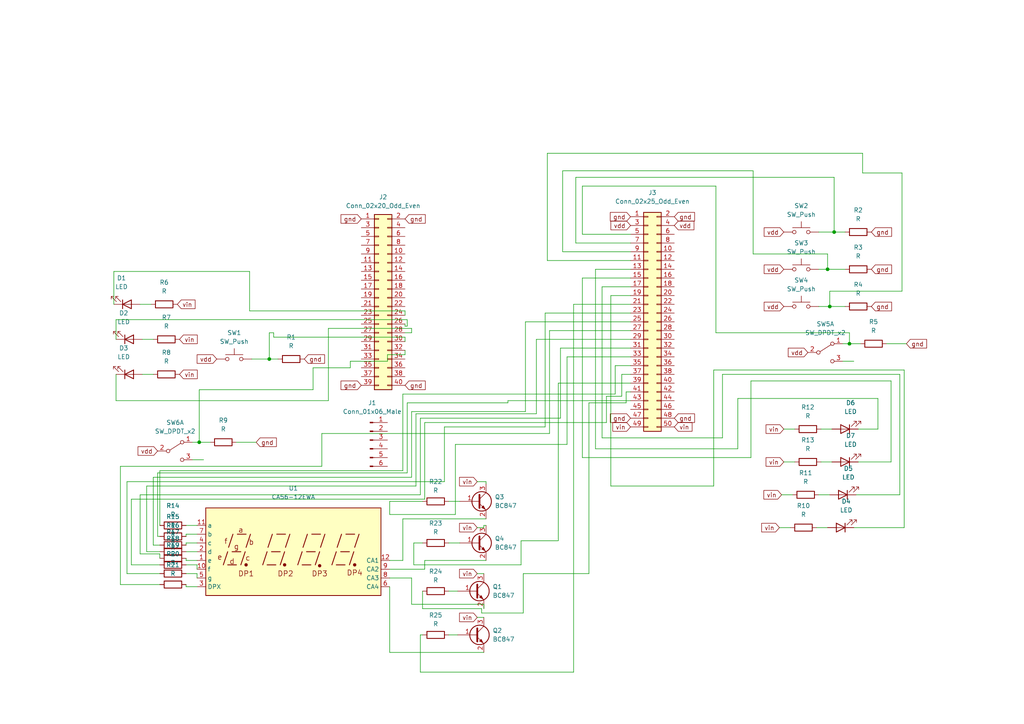
<source format=kicad_sch>
(kicad_sch (version 20230121) (generator eeschema)
  (paper "A4")
  (lib_symbols
    (symbol "Connector:Conn_01x06_Male" (pin_names (offset 1.016) hide)
      (property "Reference" "J" (at 0 7.62 0))
      (property "Value" "Conn_01x06_Male" (at 0 -10.16 0))
      (symbol "Conn_01x06_Male_1_1"
        (polyline (pts (xy 1.27 -7.62) (xy 0.8636 -7.62)) (stroke (width 0.1524)))
        (polyline (pts (xy 1.27 -5.08) (xy 0.8636 -5.08)) (stroke (width 0.1524)))
        (polyline (pts (xy 1.27 -2.54) (xy 0.8636 -2.54)) (stroke (width 0.1524)))
        (polyline (pts (xy 1.27 0) (xy 0.8636 0)) (stroke (width 0.1524)))
        (polyline (pts (xy 1.27 2.54) (xy 0.8636 2.54)) (stroke (width 0.1524)))
        (polyline (pts (xy 1.27 5.08) (xy 0.8636 5.08)) (stroke (width 0.1524)))
        (rectangle (start 0.8636 -7.493) (end 0 -7.747) (stroke (width 0.1524)) (fill (type outline)))
        (rectangle (start 0.8636 -4.953) (end 0 -5.207) (stroke (width 0.1524)) (fill (type outline)))
        (rectangle (start 0.8636 -2.413) (end 0 -2.667) (stroke (width 0.1524)) (fill (type outline)))
        (rectangle (start 0.8636 0.127) (end 0 -0.127) (stroke (width 0.1524)) (fill (type outline)))
        (rectangle (start 0.8636 2.667) (end 0 2.413) (stroke (width 0.1524)) (fill (type outline)))
        (rectangle (start 0.8636 5.207) (end 0 4.953) (stroke (width 0.1524)) (fill (type outline)))
        (pin passive line (at 5.08 5.08 180) (length 3.81) (name "Pin_1") (number "1"))
        (pin passive line (at 5.08 2.54 180) (length 3.81) (name "Pin_2") (number "2"))
        (pin passive line (at 5.08 0 180) (length 3.81) (name "Pin_3") (number "3"))
        (pin passive line (at 5.08 -2.54 180) (length 3.81) (name "Pin_4") (number "4"))
        (pin passive line (at 5.08 -5.08 180) (length 3.81) (name "Pin_5") (number "5"))
        (pin passive line (at 5.08 -7.62 180) (length 3.81) (name "Pin_6") (number "6"))
      )
    )
    (symbol "Connector_Generic:Conn_02x20_Odd_Even" (pin_names (offset 1.016) hide)
      (property "Reference" "J" (at 1.27 25.4 0))
      (property "Value" "Conn_02x20_Odd_Even" (at 1.27 -27.94 0))
      (symbol "Conn_02x20_Odd_Even_1_1"
        (rectangle (start -1.27 -25.273) (end 0 -25.527) (stroke (width 0.1524)))
        (rectangle (start -1.27 -22.733) (end 0 -22.987) (stroke (width 0.1524)))
        (rectangle (start -1.27 -20.193) (end 0 -20.447) (stroke (width 0.1524)))
        (rectangle (start -1.27 -17.653) (end 0 -17.907) (stroke (width 0.1524)))
        (rectangle (start -1.27 -15.113) (end 0 -15.367) (stroke (width 0.1524)))
        (rectangle (start -1.27 -12.573) (end 0 -12.827) (stroke (width 0.1524)))
        (rectangle (start -1.27 -10.033) (end 0 -10.287) (stroke (width 0.1524)))
        (rectangle (start -1.27 -7.493) (end 0 -7.747) (stroke (width 0.1524)))
        (rectangle (start -1.27 -4.953) (end 0 -5.207) (stroke (width 0.1524)))
        (rectangle (start -1.27 -2.413) (end 0 -2.667) (stroke (width 0.1524)))
        (rectangle (start -1.27 0.127) (end 0 -0.127) (stroke (width 0.1524)))
        (rectangle (start -1.27 2.667) (end 0 2.413) (stroke (width 0.1524)))
        (rectangle (start -1.27 5.207) (end 0 4.953) (stroke (width 0.1524)))
        (rectangle (start -1.27 7.747) (end 0 7.493) (stroke (width 0.1524)))
        (rectangle (start -1.27 10.287) (end 0 10.033) (stroke (width 0.1524)))
        (rectangle (start -1.27 12.827) (end 0 12.573) (stroke (width 0.1524)))
        (rectangle (start -1.27 15.367) (end 0 15.113) (stroke (width 0.1524)))
        (rectangle (start -1.27 17.907) (end 0 17.653) (stroke (width 0.1524)))
        (rectangle (start -1.27 20.447) (end 0 20.193) (stroke (width 0.1524)))
        (rectangle (start -1.27 22.987) (end 0 22.733) (stroke (width 0.1524)))
        (rectangle (start -1.27 24.13) (end 3.81 -26.67) (stroke (width 0.254)) (fill (type background)))
        (rectangle (start 3.81 -25.273) (end 2.54 -25.527) (stroke (width 0.1524)))
        (rectangle (start 3.81 -22.733) (end 2.54 -22.987) (stroke (width 0.1524)))
        (rectangle (start 3.81 -20.193) (end 2.54 -20.447) (stroke (width 0.1524)))
        (rectangle (start 3.81 -17.653) (end 2.54 -17.907) (stroke (width 0.1524)))
        (rectangle (start 3.81 -15.113) (end 2.54 -15.367) (stroke (width 0.1524)))
        (rectangle (start 3.81 -12.573) (end 2.54 -12.827) (stroke (width 0.1524)))
        (rectangle (start 3.81 -10.033) (end 2.54 -10.287) (stroke (width 0.1524)))
        (rectangle (start 3.81 -7.493) (end 2.54 -7.747) (stroke (width 0.1524)))
        (rectangle (start 3.81 -4.953) (end 2.54 -5.207) (stroke (width 0.1524)))
        (rectangle (start 3.81 -2.413) (end 2.54 -2.667) (stroke (width 0.1524)))
        (rectangle (start 3.81 0.127) (end 2.54 -0.127) (stroke (width 0.1524)))
        (rectangle (start 3.81 2.667) (end 2.54 2.413) (stroke (width 0.1524)))
        (rectangle (start 3.81 5.207) (end 2.54 4.953) (stroke (width 0.1524)))
        (rectangle (start 3.81 7.747) (end 2.54 7.493) (stroke (width 0.1524)))
        (rectangle (start 3.81 10.287) (end 2.54 10.033) (stroke (width 0.1524)))
        (rectangle (start 3.81 12.827) (end 2.54 12.573) (stroke (width 0.1524)))
        (rectangle (start 3.81 15.367) (end 2.54 15.113) (stroke (width 0.1524)))
        (rectangle (start 3.81 17.907) (end 2.54 17.653) (stroke (width 0.1524)))
        (rectangle (start 3.81 20.447) (end 2.54 20.193) (stroke (width 0.1524)))
        (rectangle (start 3.81 22.987) (end 2.54 22.733) (stroke (width 0.1524)))
        (pin passive line (at -5.08 22.86 0) (length 3.81) (name "Pin_1") (number "1"))
        (pin passive line (at 7.62 12.7 180) (length 3.81) (name "Pin_10") (number "10"))
        (pin passive line (at -5.08 10.16 0) (length 3.81) (name "Pin_11") (number "11"))
        (pin passive line (at 7.62 10.16 180) (length 3.81) (name "Pin_12") (number "12"))
        (pin passive line (at -5.08 7.62 0) (length 3.81) (name "Pin_13") (number "13"))
        (pin passive line (at 7.62 7.62 180) (length 3.81) (name "Pin_14") (number "14"))
        (pin passive line (at -5.08 5.08 0) (length 3.81) (name "Pin_15") (number "15"))
        (pin passive line (at 7.62 5.08 180) (length 3.81) (name "Pin_16") (number "16"))
        (pin passive line (at -5.08 2.54 0) (length 3.81) (name "Pin_17") (number "17"))
        (pin passive line (at 7.62 2.54 180) (length 3.81) (name "Pin_18") (number "18"))
        (pin passive line (at -5.08 0 0) (length 3.81) (name "Pin_19") (number "19"))
        (pin passive line (at 7.62 22.86 180) (length 3.81) (name "Pin_2") (number "2"))
        (pin passive line (at 7.62 0 180) (length 3.81) (name "Pin_20") (number "20"))
        (pin passive line (at -5.08 -2.54 0) (length 3.81) (name "Pin_21") (number "21"))
        (pin passive line (at 7.62 -2.54 180) (length 3.81) (name "Pin_22") (number "22"))
        (pin passive line (at -5.08 -5.08 0) (length 3.81) (name "Pin_23") (number "23"))
        (pin passive line (at 7.62 -5.08 180) (length 3.81) (name "Pin_24") (number "24"))
        (pin passive line (at -5.08 -7.62 0) (length 3.81) (name "Pin_25") (number "25"))
        (pin passive line (at 7.62 -7.62 180) (length 3.81) (name "Pin_26") (number "26"))
        (pin passive line (at -5.08 -10.16 0) (length 3.81) (name "Pin_27") (number "27"))
        (pin passive line (at 7.62 -10.16 180) (length 3.81) (name "Pin_28") (number "28"))
        (pin passive line (at -5.08 -12.7 0) (length 3.81) (name "Pin_29") (number "29"))
        (pin passive line (at -5.08 20.32 0) (length 3.81) (name "Pin_3") (number "3"))
        (pin passive line (at 7.62 -12.7 180) (length 3.81) (name "Pin_30") (number "30"))
        (pin passive line (at -5.08 -15.24 0) (length 3.81) (name "Pin_31") (number "31"))
        (pin passive line (at 7.62 -15.24 180) (length 3.81) (name "Pin_32") (number "32"))
        (pin passive line (at -5.08 -17.78 0) (length 3.81) (name "Pin_33") (number "33"))
        (pin passive line (at 7.62 -17.78 180) (length 3.81) (name "Pin_34") (number "34"))
        (pin passive line (at -5.08 -20.32 0) (length 3.81) (name "Pin_35") (number "35"))
        (pin passive line (at 7.62 -20.32 180) (length 3.81) (name "Pin_36") (number "36"))
        (pin passive line (at -5.08 -22.86 0) (length 3.81) (name "Pin_37") (number "37"))
        (pin passive line (at 7.62 -22.86 180) (length 3.81) (name "Pin_38") (number "38"))
        (pin passive line (at -5.08 -25.4 0) (length 3.81) (name "Pin_39") (number "39"))
        (pin passive line (at 7.62 20.32 180) (length 3.81) (name "Pin_4") (number "4"))
        (pin passive line (at 7.62 -25.4 180) (length 3.81) (name "Pin_40") (number "40"))
        (pin passive line (at -5.08 17.78 0) (length 3.81) (name "Pin_5") (number "5"))
        (pin passive line (at 7.62 17.78 180) (length 3.81) (name "Pin_6") (number "6"))
        (pin passive line (at -5.08 15.24 0) (length 3.81) (name "Pin_7") (number "7"))
        (pin passive line (at 7.62 15.24 180) (length 3.81) (name "Pin_8") (number "8"))
        (pin passive line (at -5.08 12.7 0) (length 3.81) (name "Pin_9") (number "9"))
      )
    )
    (symbol "Connector_Generic:Conn_02x25_Odd_Even" (pin_names (offset 1.016) hide)
      (property "Reference" "J" (at 1.27 33.02 0))
      (property "Value" "Conn_02x25_Odd_Even" (at 1.27 -33.02 0))
      (symbol "Conn_02x25_Odd_Even_1_1"
        (rectangle (start -1.27 -30.353) (end 0 -30.607) (stroke (width 0.1524)))
        (rectangle (start -1.27 -27.813) (end 0 -28.067) (stroke (width 0.1524)))
        (rectangle (start -1.27 -25.273) (end 0 -25.527) (stroke (width 0.1524)))
        (rectangle (start -1.27 -22.733) (end 0 -22.987) (stroke (width 0.1524)))
        (rectangle (start -1.27 -20.193) (end 0 -20.447) (stroke (width 0.1524)))
        (rectangle (start -1.27 -17.653) (end 0 -17.907) (stroke (width 0.1524)))
        (rectangle (start -1.27 -15.113) (end 0 -15.367) (stroke (width 0.1524)))
        (rectangle (start -1.27 -12.573) (end 0 -12.827) (stroke (width 0.1524)))
        (rectangle (start -1.27 -10.033) (end 0 -10.287) (stroke (width 0.1524)))
        (rectangle (start -1.27 -7.493) (end 0 -7.747) (stroke (width 0.1524)))
        (rectangle (start -1.27 -4.953) (end 0 -5.207) (stroke (width 0.1524)))
        (rectangle (start -1.27 -2.413) (end 0 -2.667) (stroke (width 0.1524)))
        (rectangle (start -1.27 0.127) (end 0 -0.127) (stroke (width 0.1524)))
        (rectangle (start -1.27 2.667) (end 0 2.413) (stroke (width 0.1524)))
        (rectangle (start -1.27 5.207) (end 0 4.953) (stroke (width 0.1524)))
        (rectangle (start -1.27 7.747) (end 0 7.493) (stroke (width 0.1524)))
        (rectangle (start -1.27 10.287) (end 0 10.033) (stroke (width 0.1524)))
        (rectangle (start -1.27 12.827) (end 0 12.573) (stroke (width 0.1524)))
        (rectangle (start -1.27 15.367) (end 0 15.113) (stroke (width 0.1524)))
        (rectangle (start -1.27 17.907) (end 0 17.653) (stroke (width 0.1524)))
        (rectangle (start -1.27 20.447) (end 0 20.193) (stroke (width 0.1524)))
        (rectangle (start -1.27 22.987) (end 0 22.733) (stroke (width 0.1524)))
        (rectangle (start -1.27 25.527) (end 0 25.273) (stroke (width 0.1524)))
        (rectangle (start -1.27 28.067) (end 0 27.813) (stroke (width 0.1524)))
        (rectangle (start -1.27 30.607) (end 0 30.353) (stroke (width 0.1524)))
        (rectangle (start -1.27 31.75) (end 3.81 -31.75) (stroke (width 0.254)) (fill (type background)))
        (rectangle (start 3.81 -30.353) (end 2.54 -30.607) (stroke (width 0.1524)))
        (rectangle (start 3.81 -27.813) (end 2.54 -28.067) (stroke (width 0.1524)))
        (rectangle (start 3.81 -25.273) (end 2.54 -25.527) (stroke (width 0.1524)))
        (rectangle (start 3.81 -22.733) (end 2.54 -22.987) (stroke (width 0.1524)))
        (rectangle (start 3.81 -20.193) (end 2.54 -20.447) (stroke (width 0.1524)))
        (rectangle (start 3.81 -17.653) (end 2.54 -17.907) (stroke (width 0.1524)))
        (rectangle (start 3.81 -15.113) (end 2.54 -15.367) (stroke (width 0.1524)))
        (rectangle (start 3.81 -12.573) (end 2.54 -12.827) (stroke (width 0.1524)))
        (rectangle (start 3.81 -10.033) (end 2.54 -10.287) (stroke (width 0.1524)))
        (rectangle (start 3.81 -7.493) (end 2.54 -7.747) (stroke (width 0.1524)))
        (rectangle (start 3.81 -4.953) (end 2.54 -5.207) (stroke (width 0.1524)))
        (rectangle (start 3.81 -2.413) (end 2.54 -2.667) (stroke (width 0.1524)))
        (rectangle (start 3.81 0.127) (end 2.54 -0.127) (stroke (width 0.1524)))
        (rectangle (start 3.81 2.667) (end 2.54 2.413) (stroke (width 0.1524)))
        (rectangle (start 3.81 5.207) (end 2.54 4.953) (stroke (width 0.1524)))
        (rectangle (start 3.81 7.747) (end 2.54 7.493) (stroke (width 0.1524)))
        (rectangle (start 3.81 10.287) (end 2.54 10.033) (stroke (width 0.1524)))
        (rectangle (start 3.81 12.827) (end 2.54 12.573) (stroke (width 0.1524)))
        (rectangle (start 3.81 15.367) (end 2.54 15.113) (stroke (width 0.1524)))
        (rectangle (start 3.81 17.907) (end 2.54 17.653) (stroke (width 0.1524)))
        (rectangle (start 3.81 20.447) (end 2.54 20.193) (stroke (width 0.1524)))
        (rectangle (start 3.81 22.987) (end 2.54 22.733) (stroke (width 0.1524)))
        (rectangle (start 3.81 25.527) (end 2.54 25.273) (stroke (width 0.1524)))
        (rectangle (start 3.81 28.067) (end 2.54 27.813) (stroke (width 0.1524)))
        (rectangle (start 3.81 30.607) (end 2.54 30.353) (stroke (width 0.1524)))
        (pin passive line (at -5.08 30.48 0) (length 3.81) (name "Pin_1") (number "1"))
        (pin passive line (at 7.62 20.32 180) (length 3.81) (name "Pin_10") (number "10"))
        (pin passive line (at -5.08 17.78 0) (length 3.81) (name "Pin_11") (number "11"))
        (pin passive line (at 7.62 17.78 180) (length 3.81) (name "Pin_12") (number "12"))
        (pin passive line (at -5.08 15.24 0) (length 3.81) (name "Pin_13") (number "13"))
        (pin passive line (at 7.62 15.24 180) (length 3.81) (name "Pin_14") (number "14"))
        (pin passive line (at -5.08 12.7 0) (length 3.81) (name "Pin_15") (number "15"))
        (pin passive line (at 7.62 12.7 180) (length 3.81) (name "Pin_16") (number "16"))
        (pin passive line (at -5.08 10.16 0) (length 3.81) (name "Pin_17") (number "17"))
        (pin passive line (at 7.62 10.16 180) (length 3.81) (name "Pin_18") (number "18"))
        (pin passive line (at -5.08 7.62 0) (length 3.81) (name "Pin_19") (number "19"))
        (pin passive line (at 7.62 30.48 180) (length 3.81) (name "Pin_2") (number "2"))
        (pin passive line (at 7.62 7.62 180) (length 3.81) (name "Pin_20") (number "20"))
        (pin passive line (at -5.08 5.08 0) (length 3.81) (name "Pin_21") (number "21"))
        (pin passive line (at 7.62 5.08 180) (length 3.81) (name "Pin_22") (number "22"))
        (pin passive line (at -5.08 2.54 0) (length 3.81) (name "Pin_23") (number "23"))
        (pin passive line (at 7.62 2.54 180) (length 3.81) (name "Pin_24") (number "24"))
        (pin passive line (at -5.08 0 0) (length 3.81) (name "Pin_25") (number "25"))
        (pin passive line (at 7.62 0 180) (length 3.81) (name "Pin_26") (number "26"))
        (pin passive line (at -5.08 -2.54 0) (length 3.81) (name "Pin_27") (number "27"))
        (pin passive line (at 7.62 -2.54 180) (length 3.81) (name "Pin_28") (number "28"))
        (pin passive line (at -5.08 -5.08 0) (length 3.81) (name "Pin_29") (number "29"))
        (pin passive line (at -5.08 27.94 0) (length 3.81) (name "Pin_3") (number "3"))
        (pin passive line (at 7.62 -5.08 180) (length 3.81) (name "Pin_30") (number "30"))
        (pin passive line (at -5.08 -7.62 0) (length 3.81) (name "Pin_31") (number "31"))
        (pin passive line (at 7.62 -7.62 180) (length 3.81) (name "Pin_32") (number "32"))
        (pin passive line (at -5.08 -10.16 0) (length 3.81) (name "Pin_33") (number "33"))
        (pin passive line (at 7.62 -10.16 180) (length 3.81) (name "Pin_34") (number "34"))
        (pin passive line (at -5.08 -12.7 0) (length 3.81) (name "Pin_35") (number "35"))
        (pin passive line (at 7.62 -12.7 180) (length 3.81) (name "Pin_36") (number "36"))
        (pin passive line (at -5.08 -15.24 0) (length 3.81) (name "Pin_37") (number "37"))
        (pin passive line (at 7.62 -15.24 180) (length 3.81) (name "Pin_38") (number "38"))
        (pin passive line (at -5.08 -17.78 0) (length 3.81) (name "Pin_39") (number "39"))
        (pin passive line (at 7.62 27.94 180) (length 3.81) (name "Pin_4") (number "4"))
        (pin passive line (at 7.62 -17.78 180) (length 3.81) (name "Pin_40") (number "40"))
        (pin passive line (at -5.08 -20.32 0) (length 3.81) (name "Pin_41") (number "41"))
        (pin passive line (at 7.62 -20.32 180) (length 3.81) (name "Pin_42") (number "42"))
        (pin passive line (at -5.08 -22.86 0) (length 3.81) (name "Pin_43") (number "43"))
        (pin passive line (at 7.62 -22.86 180) (length 3.81) (name "Pin_44") (number "44"))
        (pin passive line (at -5.08 -25.4 0) (length 3.81) (name "Pin_45") (number "45"))
        (pin passive line (at 7.62 -25.4 180) (length 3.81) (name "Pin_46") (number "46"))
        (pin passive line (at -5.08 -27.94 0) (length 3.81) (name "Pin_47") (number "47"))
        (pin passive line (at 7.62 -27.94 180) (length 3.81) (name "Pin_48") (number "48"))
        (pin passive line (at -5.08 -30.48 0) (length 3.81) (name "Pin_49") (number "49"))
        (pin passive line (at -5.08 25.4 0) (length 3.81) (name "Pin_5") (number "5"))
        (pin passive line (at 7.62 -30.48 180) (length 3.81) (name "Pin_50") (number "50"))
        (pin passive line (at 7.62 25.4 180) (length 3.81) (name "Pin_6") (number "6"))
        (pin passive line (at -5.08 22.86 0) (length 3.81) (name "Pin_7") (number "7"))
        (pin passive line (at 7.62 22.86 180) (length 3.81) (name "Pin_8") (number "8"))
        (pin passive line (at -5.08 20.32 0) (length 3.81) (name "Pin_9") (number "9"))
      )
    )
    (symbol "Device:LED" (pin_numbers hide) (pin_names (offset 1.016) hide)
      (property "Reference" "D" (at 0 2.54 0))
      (property "Value" "LED" (at 0 -2.54 0))
      (symbol "LED_0_1"
        (polyline (pts (xy -1.27 -1.27) (xy -1.27 1.27)) (stroke (width 0.254)))
        (polyline (pts (xy -1.27 0) (xy 1.27 0)))
        (polyline (pts (xy 1.27 -1.27) (xy 1.27 1.27) (xy -1.27 0) (xy 1.27 -1.27)) (stroke (width 0.254)))
        (polyline (pts (xy -3.048 -0.762) (xy -4.572 -2.286) (xy -3.81 -2.286) (xy -4.572 -2.286) (xy -4.572 -1.524)))
        (polyline (pts (xy -1.778 -0.762) (xy -3.302 -2.286) (xy -2.54 -2.286) (xy -3.302 -2.286) (xy -3.302 -1.524)))
      )
      (symbol "LED_1_1"
        (pin passive line (at -3.81 0 0) (length 2.54) (name "K") (number "1"))
        (pin passive line (at 3.81 0 180) (length 2.54) (name "A") (number "2"))
      )
    )
    (symbol "Device:R" (pin_numbers hide) (pin_names (offset 0))
      (property "Reference" "R" (at 2.032 0 90))
      (property "Value" "R" (at 0 0 90))
      (symbol "R_0_1"
        (rectangle (start -1.016 -2.54) (end 1.016 2.54) (stroke (width 0.254)))
      )
      (symbol "R_1_1"
        (pin passive line (at 0 3.81 270) (length 1.27) (name "~") (number "1"))
        (pin passive line (at 0 -3.81 90) (length 1.27) (name "~") (number "2"))
      )
    )
    (symbol "Display_Character:CA56-12EWA"
      (property "Reference" "U" (at -24.13 13.97 0))
      (property "Value" "CA56-12EWA" (at 19.05 13.97 0))
      (symbol "CA56-12EWA_0_0"
        (rectangle (start -25.4 12.7) (end 25.4 -12.7) (stroke (width 0.254)) (fill (type background)))
        (polyline (pts (xy -20.32 -3.81) (xy -19.05 0)) (stroke (width 0.254)))
        (polyline (pts (xy -19.05 -3.81) (xy -16.51 -3.81)) (stroke (width 0.254)))
        (polyline (pts (xy -18.796 1.27) (xy -17.526 5.08)) (stroke (width 0.254)))
        (polyline (pts (xy -17.78 0) (xy -15.24 0)) (stroke (width 0.254)))
        (polyline (pts (xy -16.256 5.08) (xy -13.716 5.08)) (stroke (width 0.254)))
        (polyline (pts (xy -15.24 -3.81) (xy -13.97 0)) (stroke (width 0.254)))
        (polyline (pts (xy -13.716 1.27) (xy -12.446 5.08)) (stroke (width 0.254)))
        (polyline (pts (xy -8.89 -3.81) (xy -7.62 0)) (stroke (width 0.254)))
        (polyline (pts (xy -7.62 -3.81) (xy -5.08 -3.81)) (stroke (width 0.254)))
        (polyline (pts (xy -7.366 1.27) (xy -6.096 5.08)) (stroke (width 0.254)))
        (polyline (pts (xy -6.35 0) (xy -3.81 0)) (stroke (width 0.254)))
        (polyline (pts (xy -4.826 5.08) (xy -2.286 5.08)) (stroke (width 0.254)))
        (polyline (pts (xy -3.81 -3.81) (xy -2.54 0)) (stroke (width 0.254)))
        (polyline (pts (xy -2.286 1.27) (xy -1.016 5.08)) (stroke (width 0.254)))
        (polyline (pts (xy 1.27 -3.81) (xy 2.54 0)) (stroke (width 0.254)))
        (polyline (pts (xy 2.54 -3.81) (xy 5.08 -3.81)) (stroke (width 0.254)))
        (polyline (pts (xy 2.794 1.27) (xy 4.064 5.08)) (stroke (width 0.254)))
        (polyline (pts (xy 3.81 0) (xy 6.35 0)) (stroke (width 0.254)))
        (polyline (pts (xy 5.334 5.08) (xy 7.874 5.08)) (stroke (width 0.254)))
        (polyline (pts (xy 6.35 -3.81) (xy 7.62 0)) (stroke (width 0.254)))
        (polyline (pts (xy 7.874 1.27) (xy 9.144 5.08)) (stroke (width 0.254)))
        (polyline (pts (xy 11.176 -3.81) (xy 12.446 0)) (stroke (width 0.254)))
        (polyline (pts (xy 12.446 -3.81) (xy 14.986 -3.81)) (stroke (width 0.254)))
        (polyline (pts (xy 12.7 1.27) (xy 13.97 5.08)) (stroke (width 0.254)))
        (polyline (pts (xy 13.716 0) (xy 16.256 0)) (stroke (width 0.254)))
        (polyline (pts (xy 15.24 5.08) (xy 17.78 5.08)) (stroke (width 0.254)))
        (polyline (pts (xy 16.256 -3.81) (xy 17.526 0)) (stroke (width 0.254)))
        (polyline (pts (xy 17.78 1.27) (xy 19.05 5.08)) (stroke (width 0.254)))
        (text "a" (at -15.24 6.35 0) (effects (font (size 1.524 1.524))))
        (text "b" (at -12.192 2.794 0) (effects (font (size 1.524 1.524))))
        (text "c" (at -13.208 -1.778 0) (effects (font (size 1.524 1.524))))
        (text "d" (at -17.78 -2.794 0) (effects (font (size 1.524 1.524))))
        (text "DP1" (at -13.716 -6.35 0) (effects (font (size 1.524 1.524))))
        (text "DP2" (at -2.286 -6.35 0) (effects (font (size 1.524 1.524))))
        (text "DP3" (at 7.62 -6.35 0) (effects (font (size 1.524 1.524))))
        (text "DP4" (at 17.78 -6.096 0) (effects (font (size 1.524 1.524))))
        (text "e" (at -21.336 -1.524 0) (effects (font (size 1.524 1.524))))
        (text "f" (at -19.558 3.048 0) (effects (font (size 1.524 1.524))))
        (text "g" (at -16.51 1.524 0) (effects (font (size 1.524 1.524))))
      )
      (symbol "CA56-12EWA_0_1"
        (circle (center -13.716 -3.81) (radius 0.3556) (stroke (width 0.254)) (fill (type outline)))
        (circle (center -2.54 -3.81) (radius 0.3556) (stroke (width 0.254)) (fill (type outline)))
      )
      (symbol "CA56-12EWA_1_0"
        (circle (center 7.62 -4.064) (radius 0.3556) (stroke (width 0.254)) (fill (type outline)))
        (circle (center 17.78 -3.81) (radius 0.3556) (stroke (width 0.254)) (fill (type outline)))
      )
      (symbol "CA56-12EWA_1_1"
        (pin input line (at -27.94 -2.54 0) (length 2.54) (name "e") (number "1"))
        (pin input line (at -27.94 -5.08 0) (length 2.54) (name "f") (number "10"))
        (pin input line (at -27.94 7.62 0) (length 2.54) (name "a") (number "11"))
        (pin input line (at 27.94 -2.54 180) (length 2.54) (name "CA1") (number "12"))
        (pin input line (at -27.94 0 0) (length 2.54) (name "d") (number "2"))
        (pin input line (at -27.94 -10.16 0) (length 2.54) (name "DPX") (number "3"))
        (pin input line (at -27.94 2.54 0) (length 2.54) (name "c") (number "4"))
        (pin input line (at -27.94 -7.62 0) (length 2.54) (name "g") (number "5"))
        (pin input line (at 27.94 -10.16 180) (length 2.54) (name "CA4") (number "6"))
        (pin input line (at -27.94 5.08 0) (length 2.54) (name "b") (number "7"))
        (pin input line (at 27.94 -7.62 180) (length 2.54) (name "CA3") (number "8"))
        (pin input line (at 27.94 -5.08 180) (length 2.54) (name "CA2") (number "9"))
      )
    )
    (symbol "Switch:SW_DPDT_x2" (pin_names (offset 0) hide)
      (property "Reference" "SW" (at 0 4.318 0))
      (property "Value" "SW_DPDT_x2" (at 0 -5.08 0))
      (symbol "SW_DPDT_x2_0_0"
        (circle (center -2.032 0) (radius 0.508))
        (circle (center 2.032 -2.54) (radius 0.508))
      )
      (symbol "SW_DPDT_x2_0_1"
        (polyline (pts (xy -1.524 0.254) (xy 1.651 2.286)))
        (circle (center 2.032 2.54) (radius 0.508))
      )
      (symbol "SW_DPDT_x2_1_1"
        (pin passive line (at 5.08 2.54 180) (length 2.54) (name "A") (number "1"))
        (pin passive line (at -5.08 0 0) (length 2.54) (name "B") (number "2"))
        (pin passive line (at 5.08 -2.54 180) (length 2.54) (name "C") (number "3"))
      )
      (symbol "SW_DPDT_x2_2_1"
        (pin passive line (at 5.08 2.54 180) (length 2.54) (name "A") (number "4"))
        (pin passive line (at -5.08 0 0) (length 2.54) (name "B") (number "5"))
        (pin passive line (at 5.08 -2.54 180) (length 2.54) (name "C") (number "6"))
      )
    )
    (symbol "Switch:SW_Push" (pin_numbers hide) (pin_names (offset 1.016) hide)
      (property "Reference" "SW" (at 1.27 2.54 0))
      (property "Value" "SW_Push" (at 0 -1.524 0))
      (symbol "SW_Push_0_1"
        (circle (center -2.032 0) (radius 0.508))
        (polyline (pts (xy 0 1.27) (xy 0 3.048)))
        (polyline (pts (xy 2.54 1.27) (xy -2.54 1.27)))
        (circle (center 2.032 0) (radius 0.508))
        (pin passive line (at -5.08 0 0) (length 2.54) (name "1") (number "1"))
        (pin passive line (at 5.08 0 180) (length 2.54) (name "2") (number "2"))
      )
    )
    (symbol "Transistor_BJT:BC847" (pin_names (offset 0) hide)
      (property "Reference" "Q" (at 5.08 1.905 0))
      (property "Value" "BC847" (at 5.08 0 0))
      (symbol "BC847_0_1"
        (polyline (pts (xy 0.635 0.635) (xy 2.54 2.54)))
        (polyline (pts (xy 0.635 -0.635) (xy 2.54 -2.54) (xy 2.54 -2.54)))
        (polyline (pts (xy 0.635 1.905) (xy 0.635 -1.905) (xy 0.635 -1.905)) (stroke (width 0.508)))
        (polyline (pts (xy 1.27 -1.778) (xy 1.778 -1.27) (xy 2.286 -2.286) (xy 1.27 -1.778) (xy 1.27 -1.778)) (fill (type outline)))
        (circle (center 1.27 0) (radius 2.8194) (stroke (width 0.254)))
      )
      (symbol "BC847_1_1"
        (pin input line (at -5.08 0 0) (length 5.715) (name "B") (number "1"))
        (pin passive line (at 2.54 -5.08 90) (length 2.54) (name "E") (number "2"))
        (pin passive line (at 2.54 5.08 270) (length 2.54) (name "C") (number "3"))
      )
    )
  )
  (junction (at 78.105 104.14))
  (junction (at 57.785 128.27))
  (junction (at 246.38 99.695))
  (junction (at 240.03 78.105))
  (junction (at 240.665 88.9))
  (junction (at 241.935 67.31))
  (wire (pts (xy 246.38 99.695) (xy 244.475 99.695)))
  (wire (pts (xy 113.03 149.225) (xy 132.08 149.225)))
  (wire (pts (xy 177.165 140.97) (xy 207.01 140.97)))
  (wire (pts (xy 162.56 121.285) (xy 162.56 100.965)))
  (wire (pts (xy 138.43 166.37) (xy 140.335 166.37)))
  (wire (pts (xy 46.355 161.925) (xy 46.355 160.655)))
  (wire (pts (xy 161.925 156.845) (xy 161.925 111.125)))
  (wire (pts (xy 38.1 163.83) (xy 46.355 163.83)))
  (wire (pts (xy 147.32 116.84) (xy 118.11 116.84)))
  (wire (pts (xy 132.08 128.905) (xy 164.465 128.905)))
  (wire (pts (xy 261.62 50.165) (xy 261.62 84.455)))
  (wire (pts (xy 112.395 102.87) (xy 117.475 102.87)))
  (wire (pts (xy 120.65 120.015) (xy 155.575 120.015)))
  (wire (pts (xy 123.19 165.1) (xy 123.19 162.56)))
  (wire (pts (xy 33.02 78.74) (xy 33.02 88.265)))
  (wire (pts (xy 207.01 140.97) (xy 207.01 107.315)))
  (wire (pts (xy 42.545 160.02) (xy 46.355 160.02)))
  (wire (pts (xy 45.72 155.575) (xy 46.355 155.575)))
  (wire (pts (xy 34.925 169.545) (xy 46.355 169.545)))
  (wire (pts (xy 237.49 143.51) (xy 240.665 143.51)))
  (wire (pts (xy 247.65 153.035) (xy 262.255 153.035)))
  (wire (pts (xy 260.985 108.585) (xy 209.55 108.585)))
  (wire (pts (xy 78.105 104.14) (xy 80.645 104.14)))
  (wire (pts (xy 240.03 78.105) (xy 245.11 78.105)))
  (wire (pts (xy 163.195 49.53) (xy 218.44 49.53)))
  (wire (pts (xy 113.03 170.18) (xy 113.03 189.23)))
  (wire (pts (xy 44.45 158.115) (xy 44.45 138.43)))
  (wire (pts (xy 117.475 97.79) (xy 117.475 99.06)))
  (wire (pts (xy 159.385 125.73) (xy 93.345 125.73)))
  (wire (pts (xy 250.19 44.45) (xy 158.75 44.45)))
  (wire (pts (xy 33.655 116.205) (xy 95.25 116.205)))
  (wire (pts (xy 240.665 88.9) (xy 245.11 88.9)))
  (wire (pts (xy 57.15 157.48) (xy 53.975 157.48)))
  (wire (pts (xy 262.255 153.035) (xy 262.255 107.315)))
  (wire (pts (xy 113.03 145.415) (xy 122.555 145.415)))
  (wire (pts (xy 123.19 122.555) (xy 175.895 122.555)))
  (wire (pts (xy 46.355 152.4) (xy 46.355 136.525)))
  (wire (pts (xy 152.4 93.345) (xy 182.88 93.345)))
  (wire (pts (xy 182.88 80.645) (xy 168.91 80.645)))
  (wire (pts (xy 119.38 95.25) (xy 119.38 96.52)))
  (wire (pts (xy 177.165 85.725) (xy 177.165 140.97)))
  (wire (pts (xy 162.56 100.965) (xy 182.88 100.965)))
  (wire (pts (xy 46.355 166.37) (xy 36.83 166.37)))
  (wire (pts (xy 168.91 132.715) (xy 217.805 132.715)))
  (wire (pts (xy 170.815 116.84) (xy 181.61 116.84)))
  (wire (pts (xy 113.03 145.415) (xy 113.03 149.225)))
  (wire (pts (xy 90.805 113.03) (xy 90.805 106.68)))
  (wire (pts (xy 213.995 115.57) (xy 213.995 130.175)))
  (wire (pts (xy 45.72 137.16) (xy 45.72 155.575)))
  (wire (pts (xy 72.39 90.17) (xy 117.475 90.17)))
  (wire (pts (xy 207.645 53.975) (xy 168.91 53.975)))
  (wire (pts (xy 116.84 162.56) (xy 113.03 162.56)))
  (wire (pts (xy 123.19 122.555) (xy 123.19 144.78)))
  (wire (pts (xy 120.015 163.83) (xy 120.015 157.48)))
  (wire (pts (xy 113.03 189.23) (xy 140.335 189.23)))
  (wire (pts (xy 257.175 99.695) (xy 262.89 99.695)))
  (wire (pts (xy 121.92 121.285) (xy 162.56 121.285)))
  (wire (pts (xy 213.995 130.175) (xy 172.72 130.175)))
  (wire (pts (xy 46.355 160.655) (xy 40.64 160.655)))
  (wire (pts (xy 168.91 53.975) (xy 168.91 67.945)))
  (wire (pts (xy 159.385 95.885) (xy 182.88 95.885)))
  (wire (pts (xy 140.97 150.495) (xy 116.84 150.495)))
  (wire (pts (xy 33.655 92.71) (xy 33.655 98.425)))
  (wire (pts (xy 121.92 143.51) (xy 121.92 121.285)))
  (wire (pts (xy 240.665 84.455) (xy 240.665 88.9)))
  (wire (pts (xy 178.435 114.3) (xy 178.435 106.045)))
  (wire (pts (xy 122.555 176.53) (xy 139.7 176.53)))
  (wire (pts (xy 123.19 144.78) (xy 38.1 144.78)))
  (wire (pts (xy 59.055 133.35) (xy 55.88 133.35)))
  (wire (pts (xy 36.83 166.37) (xy 36.83 139.7)))
  (wire (pts (xy 139.7 176.53) (xy 139.7 177.8)))
  (wire (pts (xy 121.92 194.945) (xy 121.92 184.15)))
  (wire (pts (xy 118.11 116.84) (xy 118.11 137.16)))
  (wire (pts (xy 258.445 110.49) (xy 258.445 133.985)))
  (wire (pts (xy 158.75 75.565) (xy 182.88 75.565)))
  (wire (pts (xy 79.375 97.79) (xy 79.375 96.52)))
  (wire (pts (xy 140.97 139.7) (xy 140.97 140.335)))
  (wire (pts (xy 46.355 136.525) (xy 116.84 136.525)))
  (wire (pts (xy 180.34 108.585) (xy 182.88 108.585)))
  (wire (pts (xy 93.345 135.255) (xy 34.925 135.255)))
  (wire (pts (xy 44.45 98.425) (xy 41.275 98.425)))
  (wire (pts (xy 44.45 108.585) (xy 41.275 108.585)))
  (wire (pts (xy 57.15 167.64) (xy 57.15 166.37)))
  (wire (pts (xy 218.44 73.66) (xy 240.03 73.66)))
  (wire (pts (xy 57.15 162.56) (xy 53.975 162.56)))
  (wire (pts (xy 46.355 158.115) (xy 44.45 158.115)))
  (wire (pts (xy 254.635 115.57) (xy 213.995 115.57)))
  (wire (pts (xy 57.15 166.37) (xy 53.975 166.37)))
  (wire (pts (xy 57.785 128.27) (xy 60.96 128.27)))
  (wire (pts (xy 117.475 94.615) (xy 117.475 93.98)))
  (wire (pts (xy 40.64 143.51) (xy 121.92 143.51)))
  (wire (pts (xy 217.805 132.715) (xy 217.805 110.49)))
  (wire (pts (xy 118.11 137.16) (xy 45.72 137.16)))
  (wire (pts (xy 151.765 177.8) (xy 151.765 166.37)))
  (wire (pts (xy 248.285 143.51) (xy 260.985 143.51)))
  (wire (pts (xy 53.975 157.48) (xy 53.975 158.115)))
  (wire (pts (xy 57.15 163.83) (xy 53.975 163.83)))
  (wire (pts (xy 207.01 107.315) (xy 262.255 107.315)))
  (wire (pts (xy 182.88 73.025) (xy 163.195 73.025)))
  (wire (pts (xy 261.62 84.455) (xy 240.665 84.455)))
  (wire (pts (xy 119.38 175.26) (xy 119.38 167.64)))
  (wire (pts (xy 217.805 110.49) (xy 258.445 110.49)))
  (wire (pts (xy 218.44 49.53) (xy 218.44 73.66)))
  (wire (pts (xy 247.65 104.775) (xy 244.475 104.775)))
  (wire (pts (xy 116.84 136.525) (xy 116.84 114.3)))
  (wire (pts (xy 158.115 123.825) (xy 158.115 90.805)))
  (wire (pts (xy 113.03 165.1) (xy 123.19 165.1)))
  (wire (pts (xy 175.895 114.935) (xy 180.34 114.935)))
  (wire (pts (xy 140.335 175.26) (xy 140.335 176.53)))
  (wire (pts (xy 159.385 125.73) (xy 159.385 95.885)))
  (wire (pts (xy 53.975 152.4) (xy 57.15 152.4)))
  (wire (pts (xy 36.83 139.7) (xy 128.905 139.7)))
  (wire (pts (xy 93.345 125.73) (xy 93.345 135.255)))
  (wire (pts (xy 246.38 99.695) (xy 249.555 99.695)))
  (wire (pts (xy 119.38 119.38) (xy 152.4 119.38)))
  (wire (pts (xy 130.175 171.45) (xy 132.715 171.45)))
  (wire (pts (xy 147.32 116.84) (xy 147.32 116.205)))
  (wire (pts (xy 123.19 162.56) (xy 140.97 162.56)))
  (wire (pts (xy 130.175 157.48) (xy 133.35 157.48)))
  (wire (pts (xy 140.335 153.035) (xy 140.335 152.4)))
  (wire (pts (xy 168.91 67.945) (xy 182.88 67.945)))
  (wire (pts (xy 119.38 167.64) (xy 113.03 167.64)))
  (wire (pts (xy 33.655 108.585) (xy 33.655 116.205)))
  (wire (pts (xy 43.815 88.265) (xy 40.64 88.265)))
  (wire (pts (xy 155.575 98.425) (xy 182.88 98.425)))
  (wire (pts (xy 181.61 116.84) (xy 181.61 113.665)))
  (wire (pts (xy 53.975 154.94) (xy 53.975 155.575)))
  (wire (pts (xy 130.175 184.15) (xy 132.715 184.15)))
  (wire (pts (xy 140.335 175.26) (xy 119.38 175.26)))
  (wire (pts (xy 248.92 133.985) (xy 258.445 133.985)))
  (wire (pts (xy 101.6 104.775) (xy 112.395 104.775)))
  (wire (pts (xy 250.19 50.165) (xy 250.19 44.45)))
  (wire (pts (xy 68.58 128.27) (xy 74.295 128.27)))
  (wire (pts (xy 155.575 120.015) (xy 155.575 98.425)))
  (wire (pts (xy 101.6 106.68) (xy 101.6 104.775)))
  (wire (pts (xy 166.37 88.265) (xy 182.88 88.265)))
  (wire (pts (xy 238.125 124.46) (xy 241.3 124.46)))
  (wire (pts (xy 241.935 67.31) (xy 245.11 67.31)))
  (wire (pts (xy 151.13 156.845) (xy 151.13 163.83)))
  (wire (pts (xy 119.38 96.52) (xy 117.475 96.52)))
  (wire (pts (xy 57.785 113.03) (xy 57.785 128.27)))
  (wire (pts (xy 132.08 149.225) (xy 132.08 128.905)))
  (wire (pts (xy 147.32 116.205) (xy 182.88 116.205)))
  (wire (pts (xy 166.37 194.945) (xy 166.37 88.265)))
  (wire (pts (xy 118.11 94.615) (xy 118.11 92.71)))
  (wire (pts (xy 152.4 119.38) (xy 152.4 93.345)))
  (wire (pts (xy 72.39 90.17) (xy 72.39 78.74)))
  (wire (pts (xy 53.975 170.18) (xy 53.975 169.545)))
  (wire (pts (xy 227.33 124.46) (xy 230.505 124.46)))
  (wire (pts (xy 260.985 143.51) (xy 260.985 108.585)))
  (wire (pts (xy 174.625 127) (xy 174.625 83.185)))
  (wire (pts (xy 167.005 51.435) (xy 167.005 70.485)))
  (wire (pts (xy 164.465 103.505) (xy 182.88 103.505)))
  (wire (pts (xy 151.765 166.37) (xy 170.815 166.37)))
  (wire (pts (xy 236.855 153.035) (xy 240.03 153.035)))
  (wire (pts (xy 158.115 90.805) (xy 182.88 90.805)))
  (wire (pts (xy 57.785 128.27) (xy 55.88 128.27)))
  (wire (pts (xy 248.92 124.46) (xy 254.635 124.46)))
  (wire (pts (xy 227.33 133.985) (xy 230.505 133.985)))
  (wire (pts (xy 112.395 104.775) (xy 112.395 102.87)))
  (wire (pts (xy 138.43 139.7) (xy 140.97 139.7)))
  (wire (pts (xy 72.39 78.74) (xy 33.02 78.74)))
  (wire (pts (xy 207.645 96.52) (xy 207.645 53.975)))
  (wire (pts (xy 117.475 91.44) (xy 117.475 90.17)))
  (wire (pts (xy 178.435 106.045) (xy 182.88 106.045)))
  (wire (pts (xy 161.925 156.845) (xy 151.13 156.845)))
  (wire (pts (xy 38.1 144.78) (xy 38.1 163.83)))
  (wire (pts (xy 226.695 143.51) (xy 229.87 143.51)))
  (wire (pts (xy 73.025 104.14) (xy 78.105 104.14)))
  (wire (pts (xy 209.55 108.585) (xy 209.55 127)))
  (wire (pts (xy 53.975 162.56) (xy 53.975 161.925)))
  (wire (pts (xy 167.005 70.485) (xy 182.88 70.485)))
  (wire (pts (xy 57.15 165.1) (xy 57.15 163.83)))
  (wire (pts (xy 161.925 111.125) (xy 182.88 111.125)))
  (wire (pts (xy 120.015 157.48) (xy 122.555 157.48)))
  (wire (pts (xy 95.25 116.205) (xy 95.25 95.25)))
  (wire (pts (xy 246.38 96.52) (xy 207.645 96.52)))
  (wire (pts (xy 209.55 127) (xy 174.625 127)))
  (wire (pts (xy 57.15 170.18) (xy 53.975 170.18)))
  (wire (pts (xy 117.475 94.615) (xy 118.11 94.615)))
  (wire (pts (xy 53.975 160.02) (xy 57.15 160.02)))
  (wire (pts (xy 151.13 163.83) (xy 120.015 163.83)))
  (wire (pts (xy 57.15 154.94) (xy 53.975 154.94)))
  (wire (pts (xy 118.11 92.71) (xy 33.655 92.71)))
  (wire (pts (xy 95.25 95.25) (xy 119.38 95.25)))
  (wire (pts (xy 166.37 194.945) (xy 121.92 194.945)))
  (wire (pts (xy 139.7 177.8) (xy 151.765 177.8)))
  (wire (pts (xy 172.72 78.105) (xy 172.72 130.175)))
  (wire (pts (xy 246.38 96.52) (xy 246.38 99.695)))
  (wire (pts (xy 40.64 160.655) (xy 40.64 143.51)))
  (wire (pts (xy 168.91 80.645) (xy 168.91 132.715)))
  (wire (pts (xy 130.175 145.415) (xy 133.35 145.415)))
  (wire (pts (xy 122.555 171.45) (xy 122.555 176.53)))
  (wire (pts (xy 128.905 123.825) (xy 158.115 123.825)))
  (wire (pts (xy 121.92 184.15) (xy 122.555 184.15)))
  (wire (pts (xy 226.06 153.035) (xy 229.235 153.035)))
  (wire (pts (xy 34.925 135.255) (xy 34.925 169.545)))
  (wire (pts (xy 116.84 150.495) (xy 116.84 162.56)))
  (wire (pts (xy 237.49 88.9) (xy 240.665 88.9)))
  (wire (pts (xy 138.43 179.07) (xy 140.335 179.07)))
  (wire (pts (xy 174.625 83.185) (xy 182.88 83.185)))
  (wire (pts (xy 117.475 97.79) (xy 79.375 97.79)))
  (wire (pts (xy 78.105 96.52) (xy 78.105 104.14)))
  (wire (pts (xy 237.49 67.31) (xy 241.935 67.31)))
  (wire (pts (xy 164.465 128.905) (xy 164.465 103.505)))
  (wire (pts (xy 254.635 124.46) (xy 254.635 115.57)))
  (wire (pts (xy 238.125 133.985) (xy 241.3 133.985)))
  (wire (pts (xy 44.45 138.43) (xy 119.38 138.43)))
  (wire (pts (xy 120.65 120.015) (xy 120.65 140.97)))
  (wire (pts (xy 172.72 78.105) (xy 182.88 78.105)))
  (wire (pts (xy 57.785 113.03) (xy 90.805 113.03)))
  (wire (pts (xy 138.43 153.035) (xy 140.335 153.035)))
  (wire (pts (xy 241.935 51.435) (xy 167.005 51.435)))
  (wire (pts (xy 163.195 73.025) (xy 163.195 49.53)))
  (wire (pts (xy 241.935 51.435) (xy 241.935 67.31)))
  (wire (pts (xy 181.61 113.665) (xy 182.88 113.665)))
  (wire (pts (xy 261.62 50.165) (xy 250.19 50.165)))
  (wire (pts (xy 182.88 85.725) (xy 177.165 85.725)))
  (wire (pts (xy 119.38 138.43) (xy 119.38 119.38)))
  (wire (pts (xy 117.475 101.6) (xy 117.475 102.87)))
  (wire (pts (xy 240.03 73.66) (xy 240.03 78.105)))
  (wire (pts (xy 116.84 114.3) (xy 178.435 114.3)))
  (wire (pts (xy 175.895 122.555) (xy 175.895 114.935)))
  (wire (pts (xy 128.905 139.7) (xy 128.905 123.825)))
  (wire (pts (xy 170.815 166.37) (xy 170.815 116.84)))
  (wire (pts (xy 90.805 106.68) (xy 101.6 106.68)))
  (wire (pts (xy 79.375 96.52) (xy 78.105 96.52)))
  (wire (pts (xy 42.545 140.97) (xy 42.545 160.02)))
  (wire (pts (xy 180.34 114.935) (xy 180.34 108.585)))
  (wire (pts (xy 120.65 140.97) (xy 42.545 140.97)))
  (wire (pts (xy 158.75 44.45) (xy 158.75 75.565)))
  (wire (pts (xy 140.335 152.4) (xy 140.97 152.4)))
  (wire (pts (xy 237.49 78.105) (xy 240.03 78.105)))
  (global_label "gnd" (shape input) (at 195.58 62.865 0) (property "Intersheetrefs" "${INTERSHEET_REFS}" (effects hide)))
  (global_label "gnd" (shape input) (at 104.775 63.5 180) (property "Intersheetrefs" "${INTERSHEET_REFS}" (effects hide)))
  (global_label "vdd" (shape input) (at 195.58 65.405 0) (property "Intersheetrefs" "${INTERSHEET_REFS}" (effects hide)))
  (global_label "gnd" (shape input) (at 117.475 63.5 0) (property "Intersheetrefs" "${INTERSHEET_REFS}" (effects hide)))
  (global_label "vin" (shape input) (at 52.07 108.585 0) (property "Intersheetrefs" "${INTERSHEET_REFS}" (effects hide)))
  (global_label "vdd" (shape input) (at 234.315 102.235 180) (property "Intersheetrefs" "${INTERSHEET_REFS}" (effects hide)))
  (global_label "vin" (shape input) (at 227.33 124.46 180) (property "Intersheetrefs" "${INTERSHEET_REFS}" (effects hide)))
  (global_label "vdd" (shape input) (at 45.72 130.81 180) (property "Intersheetrefs" "${INTERSHEET_REFS}" (effects hide)))
  (global_label "gnd" (shape input) (at 262.89 99.695 0) (property "Intersheetrefs" "${INTERSHEET_REFS}" (effects hide)))
  (global_label "vin" (shape input) (at 52.07 98.425 0) (property "Intersheetrefs" "${INTERSHEET_REFS}" (effects hide)))
  (global_label "gnd" (shape input) (at 182.88 121.285 180) (property "Intersheetrefs" "${INTERSHEET_REFS}" (effects hide)))
  (global_label "vin" (shape input) (at 226.695 143.51 180) (property "Intersheetrefs" "${INTERSHEET_REFS}" (effects hide)))
  (global_label "vin" (shape input) (at 182.88 123.825 180) (property "Intersheetrefs" "${INTERSHEET_REFS}" (effects hide)))
  (global_label "gnd" (shape input) (at 252.73 67.31 0) (property "Intersheetrefs" "${INTERSHEET_REFS}" (effects hide)))
  (global_label "vin" (shape input) (at 51.435 88.265 0) (property "Intersheetrefs" "${INTERSHEET_REFS}" (effects hide)))
  (global_label "gnd" (shape input) (at 252.73 88.9 0) (property "Intersheetrefs" "${INTERSHEET_REFS}" (effects hide)))
  (global_label "vin" (shape input) (at 138.43 139.7 180) (property "Intersheetrefs" "${INTERSHEET_REFS}" (effects hide)))
  (global_label "vin" (shape input) (at 138.43 166.37 180) (property "Intersheetrefs" "${INTERSHEET_REFS}" (effects hide)))
  (global_label "gnd" (shape input) (at 74.295 128.27 0) (property "Intersheetrefs" "${INTERSHEET_REFS}" (effects hide)))
  (global_label "vdd" (shape input) (at 227.33 78.105 180) (property "Intersheetrefs" "${INTERSHEET_REFS}" (effects hide)))
  (global_label "gnd" (shape input) (at 88.265 104.14 0) (property "Intersheetrefs" "${INTERSHEET_REFS}" (effects hide)))
  (global_label "vdd" (shape input) (at 182.88 65.405 180) (property "Intersheetrefs" "${INTERSHEET_REFS}" (effects hide)))
  (global_label "gnd" (shape input) (at 117.475 111.76 0) (property "Intersheetrefs" "${INTERSHEET_REFS}" (effects hide)))
  (global_label "vin" (shape input) (at 227.33 133.985 180) (property "Intersheetrefs" "${INTERSHEET_REFS}" (effects hide)))
  (global_label "gnd" (shape input) (at 104.775 111.76 180) (property "Intersheetrefs" "${INTERSHEET_REFS}" (effects hide)))
  (global_label "vin" (shape input) (at 226.06 153.035 180) (property "Intersheetrefs" "${INTERSHEET_REFS}" (effects hide)))
  (global_label "vin" (shape input) (at 195.58 123.825 0) (property "Intersheetrefs" "${INTERSHEET_REFS}" (effects hide)))
  (global_label "vdd" (shape input) (at 227.33 67.31 180) (property "Intersheetrefs" "${INTERSHEET_REFS}" (effects hide)))
  (global_label "vdd" (shape input) (at 227.33 88.9 180) (property "Intersheetrefs" "${INTERSHEET_REFS}" (effects hide)))
  (global_label "gnd" (shape input) (at 182.88 62.865 180) (property "Intersheetrefs" "${INTERSHEET_REFS}" (effects hide)))
  (global_label "vdd" (shape input) (at 62.865 104.14 180) (property "Intersheetrefs" "${INTERSHEET_REFS}" (effects hide)))
  (global_label "vin" (shape input) (at 138.43 179.07 180) (property "Intersheetrefs" "${INTERSHEET_REFS}" (effects hide)))
  (global_label "vin" (shape input) (at 138.43 153.035 180) (property "Intersheetrefs" "${INTERSHEET_REFS}" (effects hide)))
  (global_label "gnd" (shape input) (at 252.73 78.105 0) (property "Intersheetrefs" "${INTERSHEET_REFS}" (effects hide)))
  (global_label "gnd" (shape input) (at 195.58 121.285 0) (property "Intersheetrefs" "${INTERSHEET_REFS}" (effects hide)))
  (symbol (lib_id "Device:R") (at 126.365 157.48 90) (unit 1)
    (property "Reference" "R23" (at 126.365 151.765 90))
    (property "Value" "R" (at 126.365 154.305 90))
    (property "Footprint" "Resistor_SMD:R_0805_2012Metric_Pad1.20x1.40mm_HandSolder" (effects hide))
  )
  (symbol (lib_id "Device:R") (at 253.365 99.695 90) (unit 1)
    (property "Reference" "R5" (at 253.365 93.345 90))
    (property "Value" "R" (at 253.365 95.885 90))
    (property "Footprint" "Resistor_SMD:R_0805_2012Metric_Pad1.20x1.40mm_HandSolder" (effects hide))
  )
  (symbol (lib_id "Device:LED") (at 36.83 88.265 0) (mirror x) (unit 1)
    (property "Reference" "D1" (at 35.2425 80.645 0))
    (property "Value" "LED" (at 35.2425 83.185 0))
    (property "Footprint" "LED_SMD:LED_0805_2012Metric_Pad1.15x1.40mm_HandSolder" (effects hide))
  )
  (symbol (lib_id "Transistor_BJT:BC847") (at 137.795 184.15 0) (unit 1)
    (property "Reference" "Q2" (at 142.875 182.8799 0) (effects (justify left)))
    (property "Value" "BC847" (at 142.875 185.4199 0) (effects (justify left)))
    (property "Footprint" "Package_TO_SOT_SMD:SOT-23" (effects hide))
    (property "Datasheet" "http://www.infineon.com/dgdl/Infineon-BC847SERIES_BC848SERIES_BC849SERIES_BC850SERIES-DS-v01_01-en.pdf?fileId=db3a304314dca389011541d4630a1657" (effects hide))
  )
  (symbol (lib_id "Device:LED") (at 37.465 108.585 0) (mirror x) (unit 1)
    (property "Reference" "D3" (at 35.8775 100.965 0))
    (property "Value" "LED" (at 35.8775 103.505 0))
    (property "Footprint" "LED_SMD:LED_0805_2012Metric_Pad1.15x1.40mm_HandSolder" (effects hide))
  )
  (symbol (lib_id "Device:R") (at 48.26 108.585 270) (mirror x) (unit 1)
    (property "Reference" "R8" (at 48.26 102.235 90))
    (property "Value" "R" (at 48.26 104.775 90))
    (property "Footprint" "Resistor_SMD:R_0805_2012Metric_Pad1.20x1.40mm_HandSolder" (effects hide))
  )
  (symbol (lib_id "Device:R") (at 126.365 171.45 90) (unit 1)
    (property "Reference" "R24" (at 126.365 165.735 90))
    (property "Value" "R" (at 126.365 168.275 90))
    (property "Footprint" "Resistor_SMD:R_0805_2012Metric_Pad1.20x1.40mm_HandSolder" (effects hide))
  )
  (symbol (lib_id "Switch:SW_DPDT_x2") (at 50.8 130.81 0) (unit 1)
    (property "Reference" "SW6" (at 50.8 122.555 0))
    (property "Value" "SW_DPDT_x2" (at 50.8 125.095 0))
    (property "Footprint" "footprint:switch_smd" (effects hide))
  )
  (symbol (lib_id "Device:R") (at 48.26 98.425 270) (mirror x) (unit 1)
    (property "Reference" "R7" (at 48.26 92.075 90))
    (property "Value" "R" (at 48.26 94.615 90))
    (property "Footprint" "Resistor_SMD:R_0805_2012Metric_Pad1.20x1.40mm_HandSolder" (effects hide))
  )
  (symbol (lib_id "Device:R") (at 50.165 160.02 90) (unit 1)
    (property "Reference" "R17" (at 50.165 154.305 90))
    (property "Value" "R" (at 50.165 156.845 90))
    (property "Footprint" "Resistor_SMD:R_0805_2012Metric_Pad1.20x1.40mm_HandSolder" (effects hide))
  )
  (symbol (lib_id "Device:R") (at 50.165 169.545 90) (unit 1)
    (property "Reference" "R21" (at 50.165 163.83 90))
    (property "Value" "R" (at 50.165 166.37 90))
    (property "Footprint" "Resistor_SMD:R_0805_2012Metric_Pad1.20x1.40mm_HandSolder" (effects hide))
  )
  (symbol (lib_id "Switch:SW_Push") (at 232.41 67.31 0) (unit 1)
    (property "Reference" "SW2" (at 232.41 59.69 0))
    (property "Value" "SW_Push" (at 232.41 62.23 0))
    (property "Footprint" "footprint:red_button" (effects hide))
  )
  (symbol (lib_id "Device:R") (at 126.365 145.415 90) (unit 1)
    (property "Reference" "R22" (at 126.365 139.7 90))
    (property "Value" "R" (at 126.365 142.24 90))
    (property "Footprint" "Resistor_SMD:R_0805_2012Metric_Pad1.20x1.40mm_HandSolder" (effects hide))
  )
  (symbol (lib_id "Device:LED") (at 245.11 133.985 180) (unit 1)
    (property "Reference" "D7" (at 246.6975 126.365 0))
    (property "Value" "LED" (at 246.6975 128.905 0))
    (property "Footprint" "LED_SMD:LED_0805_2012Metric_Pad1.15x1.40mm_HandSolder" (effects hide))
  )
  (symbol (lib_id "Connector_Generic:Conn_02x20_Odd_Even") (at 109.855 86.36 0) (unit 1)
    (property "Reference" "J2" (at 111.125 57.15 0))
    (property "Value" "Conn_02x20_Odd_Even" (at 111.125 59.69 0))
    (property "Footprint" "Connector_PinHeader_2.54mm:PinHeader_2x20_P2.54mm_Vertical" (effects hide))
  )
  (symbol (lib_id "Transistor_BJT:BC847") (at 138.43 145.415 0) (unit 1)
    (property "Reference" "Q3" (at 143.51 144.1449 0) (effects (justify left)))
    (property "Value" "BC847" (at 143.51 146.6849 0) (effects (justify left)))
    (property "Footprint" "Package_TO_SOT_SMD:SOT-23" (effects hide))
    (property "Datasheet" "http://www.infineon.com/dgdl/Infineon-BC847SERIES_BC848SERIES_BC849SERIES_BC850SERIES-DS-v01_01-en.pdf?fileId=db3a304314dca389011541d4630a1657" (effects hide))
  )
  (symbol (lib_id "Device:LED") (at 243.84 153.035 180) (unit 1)
    (property "Reference" "D4" (at 245.4275 145.415 0))
    (property "Value" "LED" (at 245.4275 147.955 0))
    (property "Footprint" "LED_SMD:LED_0805_2012Metric_Pad1.15x1.40mm_HandSolder" (effects hide))
  )
  (symbol (lib_id "Device:R") (at 50.165 163.83 90) (unit 1)
    (property "Reference" "R19" (at 50.165 158.115 90))
    (property "Value" "R" (at 50.165 160.655 90))
    (property "Footprint" "Resistor_SMD:R_0805_2012Metric_Pad1.20x1.40mm_HandSolder" (effects hide))
  )
  (symbol (lib_id "Device:R") (at 50.165 155.575 90) (unit 1)
    (property "Reference" "R15" (at 50.165 149.86 90))
    (property "Value" "R" (at 50.165 152.4 90))
    (property "Footprint" "Resistor_SMD:R_0805_2012Metric_Pad1.20x1.40mm_HandSolder" (effects hide))
  )
  (symbol (lib_id "Connector_Generic:Conn_02x25_Odd_Even") (at 187.96 93.345 0) (unit 1)
    (property "Reference" "J3" (at 189.23 55.88 0))
    (property "Value" "Conn_02x25_Odd_Even" (at 189.23 58.42 0))
    (property "Footprint" "Connector_PinHeader_2.54mm:PinHeader_2x25_P2.54mm_Vertical" (effects hide))
  )
  (symbol (lib_id "Device:R") (at 50.165 166.37 90) (unit 1)
    (property "Reference" "R20" (at 50.165 160.655 90))
    (property "Value" "R" (at 50.165 163.195 90))
    (property "Footprint" "Resistor_SMD:R_0805_2012Metric_Pad1.20x1.40mm_HandSolder" (effects hide))
  )
  (symbol (lib_id "Display_Character:CA56-12EWA") (at 85.09 160.02 0) (unit 1)
    (property "Reference" "U1" (at 85.09 141.605 0))
    (property "Value" "CA56-12EWA" (at 85.09 144.145 0))
    (property "Footprint" "footprint:4_digit7_segment" (effects hide))
    (property "Datasheet" "http://www.kingbrightusa.com/images/catalog/SPEC/CA56-12EWA.pdf" (effects hide))
  )
  (symbol (lib_id "Device:R") (at 234.315 124.46 90) (unit 1)
    (property "Reference" "R12" (at 234.315 118.11 90))
    (property "Value" "R" (at 234.315 120.65 90))
    (property "Footprint" "Resistor_SMD:R_0805_2012Metric_Pad1.20x1.40mm_HandSolder" (effects hide))
  )
  (symbol (lib_id "Transistor_BJT:BC847") (at 137.795 171.45 0) (unit 1)
    (property "Reference" "Q1" (at 142.875 170.1799 0) (effects (justify left)))
    (property "Value" "BC847" (at 142.875 172.7199 0) (effects (justify left)))
    (property "Footprint" "Package_TO_SOT_SMD:SOT-23" (effects hide))
    (property "Datasheet" "http://www.infineon.com/dgdl/Infineon-BC847SERIES_BC848SERIES_BC849SERIES_BC850SERIES-DS-v01_01-en.pdf?fileId=db3a304314dca389011541d4630a1657" (effects hide))
  )
  (symbol (lib_id "Connector:Conn_01x06_Male") (at 107.315 127.635 0) (unit 1)
    (property "Reference" "J1" (at 107.95 116.84 0))
    (property "Value" "Conn_01x06_Male" (at 107.95 119.38 0))
    (property "Footprint" "Connector_PinHeader_2.54mm:PinHeader_1x06_P2.54mm_Vertical" (effects hide))
  )
  (symbol (lib_id "Device:R") (at 233.68 143.51 90) (unit 1)
    (property "Reference" "R11" (at 233.68 137.16 90))
    (property "Value" "R" (at 233.68 139.7 90))
    (property "Footprint" "Resistor_SMD:R_0805_2012Metric_Pad1.20x1.40mm_HandSolder" (effects hide))
  )
  (symbol (lib_id "Transistor_BJT:BC847") (at 138.43 157.48 0) (unit 1)
    (property "Reference" "Q4" (at 143.51 156.2099 0) (effects (justify left)))
    (property "Value" "BC847" (at 143.51 158.7499 0) (effects (justify left)))
    (property "Footprint" "Package_TO_SOT_SMD:SOT-23" (effects hide))
    (property "Datasheet" "http://www.infineon.com/dgdl/Infineon-BC847SERIES_BC848SERIES_BC849SERIES_BC850SERIES-DS-v01_01-en.pdf?fileId=db3a304314dca389011541d4630a1657" (effects hide))
  )
  (symbol (lib_id "Device:LED") (at 244.475 143.51 180) (unit 1)
    (property "Reference" "D5" (at 246.0625 135.89 0))
    (property "Value" "LED" (at 246.0625 138.43 0))
    (property "Footprint" "LED_SMD:LED_0805_2012Metric_Pad1.15x1.40mm_HandSolder" (effects hide))
  )
  (symbol (lib_id "Device:R") (at 84.455 104.14 90) (unit 1)
    (property "Reference" "R1" (at 84.455 97.79 90))
    (property "Value" "R" (at 84.455 100.33 90))
    (property "Footprint" "Resistor_SMD:R_0805_2012Metric_Pad1.20x1.40mm_HandSolder" (effects hide))
  )
  (symbol (lib_id "Switch:SW_Push") (at 232.41 88.9 0) (unit 1)
    (property "Reference" "SW4" (at 232.41 81.28 0))
    (property "Value" "SW_Push" (at 232.41 83.82 0))
    (property "Footprint" "footprint:red_button" (effects hide))
  )
  (symbol (lib_id "Device:R") (at 248.92 78.105 90) (unit 1)
    (property "Reference" "R3" (at 248.92 71.755 90))
    (property "Value" "R" (at 248.92 74.295 90))
    (property "Footprint" "Resistor_SMD:R_0805_2012Metric_Pad1.20x1.40mm_HandSolder" (effects hide))
  )
  (symbol (lib_id "Switch:SW_Push") (at 67.945 104.14 0) (unit 1)
    (property "Reference" "SW1" (at 67.945 96.52 0))
    (property "Value" "SW_Push" (at 67.945 99.06 0))
    (property "Footprint" "footprint:red_button" (effects hide))
  )
  (symbol (lib_id "Device:LED") (at 245.11 124.46 180) (unit 1)
    (property "Reference" "D6" (at 246.6975 116.84 0))
    (property "Value" "LED" (at 246.6975 119.38 0))
    (property "Footprint" "LED_SMD:LED_0805_2012Metric_Pad1.15x1.40mm_HandSolder" (effects hide))
  )
  (symbol (lib_id "Device:LED") (at 37.465 98.425 0) (mirror x) (unit 1)
    (property "Reference" "D2" (at 35.8775 90.805 0))
    (property "Value" "LED" (at 35.8775 93.345 0))
    (property "Footprint" "LED_SMD:LED_0805_2012Metric_Pad1.15x1.40mm_HandSolder" (effects hide))
  )
  (symbol (lib_id "Device:R") (at 64.77 128.27 90) (unit 1)
    (property "Reference" "R9" (at 64.77 121.92 90))
    (property "Value" "R" (at 64.77 124.46 90))
    (property "Footprint" "Resistor_SMD:R_0805_2012Metric_Pad1.20x1.40mm_HandSolder" (effects hide))
  )
  (symbol (lib_id "Switch:SW_Push") (at 232.41 78.105 0) (unit 1)
    (property "Reference" "SW3" (at 232.41 70.485 0))
    (property "Value" "SW_Push" (at 232.41 73.025 0))
    (property "Footprint" "footprint:red_button" (effects hide))
  )
  (symbol (lib_id "Device:R") (at 126.365 184.15 90) (unit 1)
    (property "Reference" "R25" (at 126.365 178.435 90))
    (property "Value" "R" (at 126.365 180.975 90))
    (property "Footprint" "Resistor_SMD:R_0805_2012Metric_Pad1.20x1.40mm_HandSolder" (effects hide))
  )
  (symbol (lib_id "Device:R") (at 234.315 133.985 90) (unit 1)
    (property "Reference" "R13" (at 234.315 127.635 90))
    (property "Value" "R" (at 234.315 130.175 90))
    (property "Footprint" "Resistor_SMD:R_0805_2012Metric_Pad1.20x1.40mm_HandSolder" (effects hide))
  )
  (symbol (lib_id "Switch:SW_DPDT_x2") (at 239.395 102.235 0) (unit 1)
    (property "Reference" "SW5" (at 239.395 93.98 0))
    (property "Value" "SW_DPDT_x2" (at 239.395 96.52 0))
    (property "Footprint" "footprint:switch_smd" (effects hide))
  )
  (symbol (lib_id "Device:R") (at 233.045 153.035 90) (unit 1)
    (property "Reference" "R10" (at 233.045 146.685 90))
    (property "Value" "R" (at 233.045 149.225 90))
    (property "Footprint" "Resistor_SMD:R_0805_2012Metric_Pad1.20x1.40mm_HandSolder" (effects hide))
  )
  (symbol (lib_id "Device:R") (at 50.165 161.925 90) (unit 1)
    (property "Reference" "R18" (at 50.165 156.21 90))
    (property "Value" "R" (at 50.165 158.75 90))
    (property "Footprint" "Resistor_SMD:R_0805_2012Metric_Pad1.20x1.40mm_HandSolder" (effects hide))
  )
  (symbol (lib_id "Device:R") (at 50.165 152.4 90) (unit 1)
    (property "Reference" "R14" (at 50.165 146.685 90))
    (property "Value" "R" (at 50.165 149.225 90))
    (property "Footprint" "Resistor_SMD:R_0805_2012Metric_Pad1.20x1.40mm_HandSolder" (effects hide))
  )
  (symbol (lib_id "Device:R") (at 248.92 88.9 90) (unit 1)
    (property "Reference" "R4" (at 248.92 82.55 90))
    (property "Value" "R" (at 248.92 85.09 90))
    (property "Footprint" "Resistor_SMD:R_0805_2012Metric_Pad1.20x1.40mm_HandSolder" (effects hide))
  )
  (symbol (lib_id "Device:R") (at 47.625 88.265 270) (mirror x) (unit 1)
    (property "Reference" "R6" (at 47.625 81.915 90))
    (property "Value" "R" (at 47.625 84.455 90))
    (property "Footprint" "Resistor_SMD:R_0805_2012Metric_Pad1.20x1.40mm_HandSolder" (effects hide))
  )
  (symbol (lib_id "Device:R") (at 248.92 67.31 90) (unit 1)
    (property "Reference" "R2" (at 248.92 60.96 90))
    (property "Value" "R" (at 248.92 63.5 90))
    (property "Footprint" "Resistor_SMD:R_0805_2012Metric_Pad1.20x1.40mm_HandSolder" (effects hide))
  )
  (symbol (lib_id "Device:R") (at 50.165 158.115 90) (unit 1)
    (property "Reference" "R16" (at 50.165 152.4 90))
    (property "Value" "R" (at 50.165 154.94 90))
    (property "Footprint" "Resistor_SMD:R_0805_2012Metric_Pad1.20x1.40mm_HandSolder" (effects hide))
  )
)
</source>
